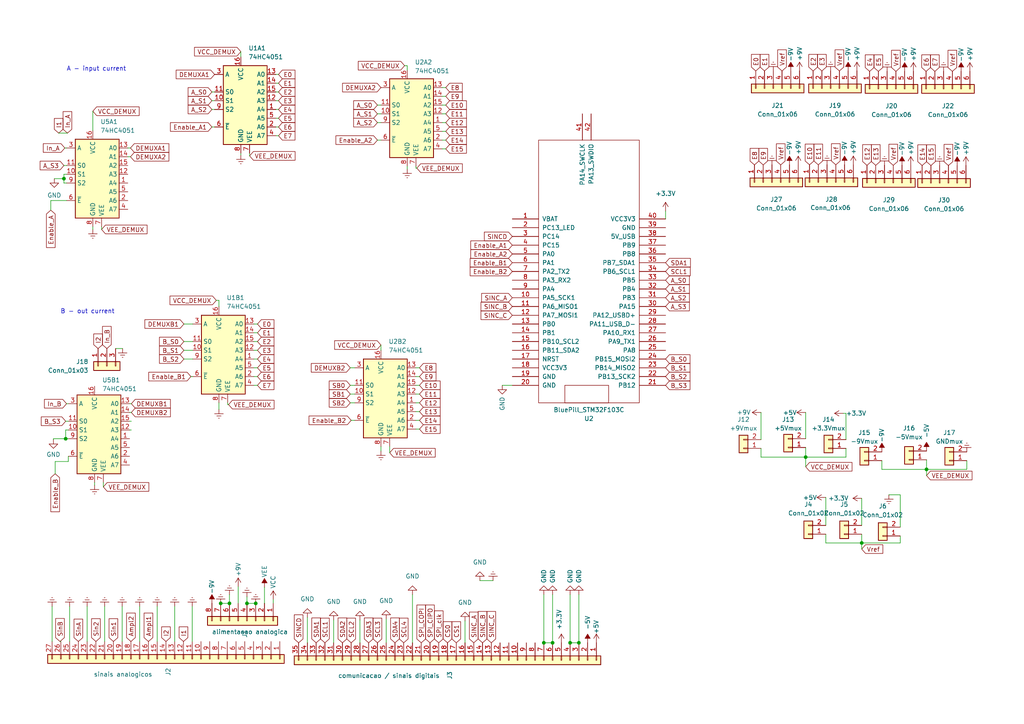
<source format=kicad_sch>
(kicad_sch (version 20230121) (generator eeschema)
  (paper "A4")
  (title_block (title "Barramento V04") (date "2024-02-05") (rev "v04") (company "EITduino") (comment 1 "Autor: Gustavo Pinheiro") (comment 2 "Barramento proposto para uma placa 90x100 mm") (comment 3 "Placa face dupla") (comment 4 "Pinos AGND e DGND") (comment 5 "capacitor 100nF ceramico") (comment 6 "capacitores uF tantalo"))
  (junction (at 66.548 175.006))
  (junction (at 64.008 175.006))
  (junction (at 233.68 132.588))
  (junction (at 19.05 127.254))
  (junction (at 18.542 51.816))
  (junction (at 74.168 175.006))
  (junction (at 157.734 186.436))
  (junction (at 249.936 157.48))
  (junction (at 165.354 186.436))
  (junction (at 167.894 186.436))
  (junction (at 160.274 186.436))
  (junction (at 268.732 136.144))
  (junction (at 71.628 175.006))
  (wire (pts (xy 74.676 111.76) (xy 73.66 111.76)))
  (wire (pts (xy 64.008 175.006) (xy 66.548 175.006)))
  (wire (pts (xy 26.924 32.258) (xy 26.924 37.846)))
  (wire (pts (xy 15.113 175.895) (xy 15.113 186.055)))
  (wire (pts (xy 249.936 157.48) (xy 261.112 157.48)))
  (wire (pts (xy 72.39 45.212) (xy 72.39 44.45)))
  (wire (pts (xy 63.5 87.122) (xy 62.738 87.122)))
  (wire (pts (xy 74.676 96.52) (xy 73.66 96.52)))
  (wire (pts (xy 19.05 122.174) (xy 19.812 122.174)))
  (wire (pts (xy 18.542 53.086) (xy 19.304 53.086)))
  (wire (pts (xy 61.468 31.75) (xy 62.23 31.75)))
  (wire (pts (xy 139.192 168.402) (xy 143.002 168.402)))
  (wire (pts (xy 129.286 33.02) (xy 128.27 33.02)))
  (wire (pts (xy 74.676 99.06) (xy 73.66 99.06)))
  (wire (pts (xy 249.936 154.94) (xy 249.936 157.48)))
  (wire (pts (xy 101.6 116.84) (xy 102.87 116.84)))
  (wire (pts (xy 121.666 124.46) (xy 120.65 124.46)))
  (wire (pts (xy 18.796 42.926) (xy 19.304 42.926)))
  (wire (pts (xy 233.68 132.588) (xy 233.68 135.382)))
  (wire (pts (xy 38.1 117.094) (xy 37.592 117.094)))
  (wire (pts (xy 69.088 170.18) (xy 69.088 175.006)))
  (wire (pts (xy 25.273 175.895) (xy 25.273 186.055)))
  (wire (pts (xy 157.734 172.466) (xy 157.734 186.436)))
  (wire (pts (xy 233.68 119.634) (xy 233.68 127.254)))
  (wire (pts (xy 26.924 66.548) (xy 26.924 65.786)))
  (wire (pts (xy 239.522 157.48) (xy 249.936 157.48)))
  (wire (pts (xy 109.474 40.64) (xy 110.49 40.64)))
  (wire (pts (xy 80.772 39.37) (xy 80.01 39.37)))
  (wire (pts (xy 96.774 179.832) (xy 96.774 186.436)))
  (wire (pts (xy 245.364 130.048) (xy 245.364 132.588)))
  (wire (pts (xy 74.676 104.14) (xy 73.66 104.14)))
  (wire (pts (xy 17.018 38.608) (xy 19.558 38.608)))
  (wire (pts (xy 220.726 119.634) (xy 220.726 127.508)))
  (wire (pts (xy 220.726 132.588) (xy 233.68 132.588)))
  (wire (pts (xy 120.65 116.84) (xy 121.666 116.84)))
  (wire (pts (xy 160.274 172.466) (xy 160.274 186.436)))
  (wire (pts (xy 69.85 14.986) (xy 69.85 16.51)))
  (wire (pts (xy 71.6263 174.326) (xy 71.628 174.326)))
  (wire (pts (xy 20.193 175.895) (xy 20.193 186.055)))
  (wire (pts (xy 19.05 124.714) (xy 19.812 124.714)))
  (wire (pts (xy 268.732 136.144) (xy 268.732 137.922)))
  (wire (pts (xy 129.286 43.18) (xy 128.27 43.18)))
  (wire (pts (xy 113.03 131.318) (xy 113.03 129.54)))
  (wire (pts (xy 50.673 175.895) (xy 50.673 186.055)))
  (wire (pts (xy 80.772 31.75) (xy 80.01 31.75)))
  (wire (pts (xy 118.11 19.05) (xy 117.348 19.05)))
  (wire (pts (xy 38.1 124.714) (xy 37.592 124.714)))
  (wire (pts (xy 101.6 111.76) (xy 102.87 111.76)))
  (wire (pts (xy 53.34 101.6) (xy 55.88 101.6)))
  (wire (pts (xy 71.6263 173.1146) (xy 71.6263 174.326)))
  (wire (pts (xy 61.468 36.83) (xy 62.23 36.83)))
  (wire (pts (xy 63.5 118.745) (xy 63.5 116.84)))
  (wire (pts (xy 129.286 40.64) (xy 128.27 40.64)))
  (wire (pts (xy 121.666 106.68) (xy 120.65 106.68)))
  (wire (pts (xy 268.732 136.144) (xy 268.732 133.35)))
  (wire (pts (xy 14.732 58.166) (xy 19.304 58.166)))
  (wire (pts (xy 18.542 50.546) (xy 19.304 50.546)))
  (wire (pts (xy 101.854 121.92) (xy 102.87 121.92)))
  (wire (pts (xy 66.548 172.466) (xy 66.548 175.006)))
  (wire (pts (xy 80.772 24.13) (xy 80.01 24.13)))
  (wire (pts (xy 110.49 130.81) (xy 110.49 129.54)))
  (wire (pts (xy 66.294 117.348) (xy 66.04 117.348)))
  (wire (pts (xy 80.772 21.59) (xy 80.01 21.59)))
  (wire (pts (xy 69.85 44.958) (xy 69.85 44.45)))
  (wire (pts (xy 37.846 42.926) (xy 37.084 42.926)))
  (wire (pts (xy 18.542 48.006) (xy 19.304 48.006)))
  (wire (pts (xy 14.732 60.96) (xy 14.732 58.166)))
  (wire (pts (xy 220.726 132.588) (xy 220.726 130.048)))
  (wire (pts (xy 19.812 133.858) (xy 19.812 132.334)))
  (wire (pts (xy 66.04 117.348) (xy 66.04 116.84)))
  (wire (pts (xy 239.522 144.272) (xy 239.522 152.4)))
  (wire (pts (xy 134.874 180.086) (xy 134.874 186.436)))
  (wire (pts (xy 261.112 143.51) (xy 261.112 152.908)))
  (wire (pts (xy 38.1 119.634) (xy 37.592 119.634)))
  (wire (pts (xy 29.972 141.224) (xy 29.972 139.954)))
  (wire (pts (xy 55.753 175.895) (xy 55.753 186.055)))
  (wire (pts (xy 29.464 66.548) (xy 29.464 65.786)))
  (wire (pts (xy 121.666 114.3) (xy 120.65 114.3)))
  (wire (pts (xy 53.34 99.06) (xy 55.88 99.06)))
  (wire (pts (xy 76.7082 170.3229) (xy 76.7082 175.006)))
  (wire (pts (xy 249.936 144.526) (xy 249.936 152.4)))
  (wire (pts (xy 244.602 119.888) (xy 245.364 119.888)))
  (wire (pts (xy 121.666 121.92) (xy 120.65 121.92)))
  (wire (pts (xy 249.936 159.258) (xy 249.936 157.48)))
  (wire (pts (xy 110.49 100.076) (xy 110.49 101.6)))
  (wire (pts (xy 255.778 136.144) (xy 268.732 136.144)))
  (wire (pts (xy 61.468 26.67) (xy 62.23 26.67)))
  (wire (pts (xy 53.34 104.14) (xy 55.88 104.14)))
  (wire (pts (xy 80.772 34.29) (xy 80.01 34.29)))
  (wire (pts (xy 118.11 20.32) (xy 118.11 19.05)))
  (wire (pts (xy 268.732 136.144) (xy 280.416 136.144)))
  (wire (pts (xy 121.666 109.22) (xy 120.65 109.22)))
  (wire (pts (xy 76.7082 175.006) (xy 76.708 175.006)))
  (wire (pts (xy 165.354 186.436) (xy 167.894 186.436)))
  (wire (pts (xy 71.628 174.326) (xy 71.628 175.006)))
  (wire (pts (xy 261.112 155.448) (xy 261.112 157.48)))
  (wire (pts (xy 55.372 109.22) (xy 55.88 109.22)))
  (wire (pts (xy 19.05 124.714) (xy 19.05 127.254)))
  (wire (pts (xy 61.468 29.21) (xy 62.23 29.21)))
  (wire (pts (xy 233.68 132.588) (xy 233.68 129.794)))
  (wire (pts (xy 109.474 33.02) (xy 110.49 33.02)))
  (wire (pts (xy 80.772 26.67) (xy 80.01 26.67)))
  (wire (pts (xy 35.433 175.895) (xy 35.433 186.055)))
  (wire (pts (xy 129.286 27.94) (xy 128.27 27.94)))
  (wire (pts (xy 18.542 51.816) (xy 18.542 50.546)))
  (wire (pts (xy 165.354 172.466) (xy 165.354 186.436)))
  (wire (pts (xy 104.394 179.832) (xy 104.394 186.436)))
  (wire (pts (xy 74.676 109.22) (xy 73.66 109.22)))
  (wire (pts (xy 109.474 35.56) (xy 110.49 35.56)))
  (wire (pts (xy 239.522 154.94) (xy 239.522 157.48)))
  (wire (pts (xy 121.666 119.38) (xy 120.65 119.38)))
  (wire (pts (xy 35.56 101.092) (xy 33.528 101.092)))
  (wire (pts (xy 257.81 143.51) (xy 261.112 143.51)))
  (wire (pts (xy 245.364 119.888) (xy 245.364 127.508)))
  (wire (pts (xy 145.669 111.76) (xy 148.59 111.76)))
  (wire (pts (xy 27.432 140.716) (xy 27.432 139.954)))
  (wire (pts (xy 79.2492 173.899) (xy 79.2492 175.006)))
  (wire (pts (xy 74.676 106.68) (xy 73.66 106.68)))
  (wire (pts (xy 167.894 172.466) (xy 167.894 186.436)))
  (wire (pts (xy 79.248 175.006) (xy 79.2492 175.006)))
  (wire (pts (xy 129.286 38.1) (xy 128.27 38.1)))
  (wire (pts (xy 101.6 114.3) (xy 102.87 114.3)))
  (wire (pts (xy 15.494 127.254) (xy 15.494 127.508)))
  (wire (pts (xy 157.734 186.436) (xy 160.274 186.436)))
  (wire (pts (xy 17.653 186.055) (xy 17.399 186.055)))
  (wire (pts (xy 53.34 93.98) (xy 55.88 93.98)))
  (wire (pts (xy 120.904 48.768) (xy 120.65 48.768)))
  (wire (pts (xy 129.286 35.56) (xy 128.27 35.56)))
  (wire (pts (xy 19.304 117.094) (xy 19.812 117.094)))
  (wire (pts (xy 18.542 51.816) (xy 18.542 53.086)))
  (wire (pts (xy 38.1 122.174) (xy 37.592 122.174)))
  (wire (pts (xy 19.05 127.254) (xy 19.812 127.254)))
  (wire (pts (xy 121.666 111.76) (xy 120.65 111.76)))
  (wire (pts (xy 101.6 106.68) (xy 102.87 106.68)))
  (wire (pts (xy 16.002 133.858) (xy 19.812 133.858)))
  (wire (pts (xy 16.002 133.858) (xy 16.002 137.414)))
  (wire (pts (xy 109.474 30.48) (xy 110.49 30.48)))
  (wire (pts (xy 80.772 29.21) (xy 80.01 29.21)))
  (wire (pts (xy 255.778 136.144) (xy 255.778 133.604)))
  (wire (pts (xy 129.286 25.4) (xy 128.27 25.4)))
  (wire (pts (xy 37.846 45.466) (xy 37.084 45.466)))
  (wire (pts (xy 71.628 175.006) (xy 74.168 175.006)))
  (wire (pts (xy 74.676 93.98) (xy 73.66 93.98)))
  (wire (pts (xy 15.748 51.816) (xy 18.542 51.816)))
  (wire (pts (xy 120.65 48.768) (xy 120.65 48.26)))
  (wire (pts (xy 89.154 179.07) (xy 89.154 186.436)))
  (wire (pts (xy 193.04 61.214) (xy 193.04 63.5)))
  (wire (pts (xy 280.416 133.604) (xy 280.416 136.144)))
  (wire (pts (xy 118.11 48.26) (xy 118.11 49.022)))
  (wire (pts (xy 129.286 30.48) (xy 128.27 30.48)))
  (wire (pts (xy 74.676 101.6) (xy 73.66 101.6)))
  (wire (pts (xy 40.513 175.895) (xy 40.513 186.055)))
  (wire (pts (xy 112.014 179.578) (xy 112.014 186.436)))
  (wire (pts (xy 233.68 132.588) (xy 245.364 132.588)))
  (wire (pts (xy 80.772 36.83) (xy 80.01 36.83)))
  (wire (pts (xy 30.353 175.895) (xy 30.353 186.055)))
  (wire (pts (xy 119.634 172.466) (xy 119.634 186.436)))
  (wire (pts (xy 45.593 175.895) (xy 45.593 186.055)))
  (wire (pts (xy 15.494 127.254) (xy 19.05 127.254)))
  (wire (pts (xy 63.5 88.9) (xy 63.5 87.122)))
  (text "A - input current\n\n" (at 19.304 22.86 0) (effects (font (size 1.27 1.27)) (justify left bottom)))
  (text "B - out current\n\n" (at 17.526 93.218 0) (effects (font (size 1.27 1.27)) (justify left bottom)))
  (global_label "E10" (shape input) (at 129.286 30.48 0) (property "Intersheetrefs" "${INTERSHEET_REFS}" (effects hide)))
  (global_label "E8" (shape input) (at 218.821 47.8282 90) (property "Intersheetrefs" "${INTERSHEET_REFS}" (effects hide)))
  (global_label "VEE_DEMUX" (shape input) (at 268.732 137.922 0) (property "Intersheetrefs" "${INTERSHEET_REFS}" (effects hide)))
  (global_label "B_S1" (shape input) (at 193.04 106.68 0) (property "Intersheetrefs" "${INTERSHEET_REFS}" (effects hide)))
  (global_label "Vref" (shape input) (at 259.08 47.9552 90) (property "Intersheetrefs" "${INTERSHEET_REFS}" (effects hide)))
  (global_label "SPI_clk" (shape input) (at 127.254 186.436 90) (property "Intersheetrefs" "${INTERSHEET_REFS}" (effects hide)))
  (global_label "E11" (shape input) (at 121.666 114.3 0) (property "Intersheetrefs" "${INTERSHEET_REFS}" (effects hide)))
  (global_label "I1" (shape input) (at 53.213 186.055 90) (property "Intersheetrefs" "${INTERSHEET_REFS}" (effects hide)))
  (global_label "E2" (shape input) (at 235.839 20.574 90) (property "Intersheetrefs" "${INTERSHEET_REFS}" (effects hide)))
  (global_label "Enable_A1" (shape input) (at 61.468 36.83 180) (property "Intersheetrefs" "${INTERSHEET_REFS}" (effects hide)))
  (global_label "SB0" (shape input) (at 101.6 111.76 180) (property "Intersheetrefs" "${INTERSHEET_REFS}" (effects hide)))
  (global_label "E15" (shape input) (at 121.666 124.46 0) (property "Intersheetrefs" "${INTERSHEET_REFS}" (effects hide)))
  (global_label "SDA3" (shape input) (at 106.934 186.436 90) (property "Intersheetrefs" "${INTERSHEET_REFS}" (effects hide)))
  (global_label "Vref" (shape input) (at 249.936 159.258 0) (property "Intersheetrefs" "${INTERSHEET_REFS}" (effects hide)))
  (global_label "A_S2" (shape input) (at 109.474 35.56 180) (property "Intersheetrefs" "${INTERSHEET_REFS}" (effects hide)))
  (global_label "Vref" (shape input) (at 243.459 20.574 90) (property "Intersheetrefs" "${INTERSHEET_REFS}" (effects hide)))
  (global_label "CS1" (shape input) (at 132.334 186.436 90) (property "Intersheetrefs" "${INTERSHEET_REFS}" (effects hide)))
  (global_label "SDA2" (shape input) (at 99.314 186.436 90) (property "Intersheetrefs" "${INTERSHEET_REFS}" (effects hide)))
  (global_label "E1" (shape input) (at 221.742 20.574 90) (property "Intersheetrefs" "${INTERSHEET_REFS}" (effects hide)))
  (global_label "E7" (shape input) (at 74.676 111.76 0) (property "Intersheetrefs" "${INTERSHEET_REFS}" (effects hide)))
  (global_label "DEMUXA1" (shape input) (at 37.846 42.926 0) (property "Intersheetrefs" "${INTERSHEET_REFS}" (effects hide)))
  (global_label "E1" (shape input) (at 80.772 24.13 0) (property "Intersheetrefs" "${INTERSHEET_REFS}" (effects hide)))
  (global_label "DEMUXB2" (shape input) (at 38.1 119.634 0) (property "Intersheetrefs" "${INTERSHEET_REFS}" (effects hide)))
  (global_label "Ampl1" (shape input) (at 43.053 186.055 90) (property "Intersheetrefs" "${INTERSHEET_REFS}" (effects hide)))
  (global_label "E9" (shape input) (at 221.361 47.8282 90) (property "Intersheetrefs" "${INTERSHEET_REFS}" (effects hide)))
  (global_label "A_S1" (shape input) (at 61.468 29.21 180) (property "Intersheetrefs" "${INTERSHEET_REFS}" (effects hide)))
  (global_label "SDA1" (shape input) (at 91.694 186.436 90) (property "Intersheetrefs" "${INTERSHEET_REFS}" (effects hide)))
  (global_label "VCC_DEMUX" (shape input) (at 233.68 135.382 0) (property "Intersheetrefs" "${INTERSHEET_REFS}" (effects hide)))
  (global_label "Enable_B2" (shape input) (at 101.854 121.92 180) (property "Intersheetrefs" "${INTERSHEET_REFS}" (effects hide)))
  (global_label "VCC_DEMUX" (shape input) (at 62.738 87.122 180) (property "Intersheetrefs" "${INTERSHEET_REFS}" (effects hide)))
  (global_label "DEMUXB1" (shape input) (at 38.1 117.094 0) (property "Intersheetrefs" "${INTERSHEET_REFS}" (effects hide)))
  (global_label "A_S0" (shape input) (at 61.468 26.67 180) (property "Intersheetrefs" "${INTERSHEET_REFS}" (effects hide)))
  (global_label "VCC_DEMUX" (shape input) (at 117.348 19.05 180) (property "Intersheetrefs" "${INTERSHEET_REFS}" (effects hide)))
  (global_label "A_S2" (shape input) (at 61.468 31.75 180) (property "Intersheetrefs" "${INTERSHEET_REFS}" (effects hide)))
  (global_label "E0" (shape input) (at 80.772 21.59 0) (property "Intersheetrefs" "${INTERSHEET_REFS}" (effects hide)))
  (global_label "E2" (shape input) (at 74.676 99.06 0) (property "Intersheetrefs" "${INTERSHEET_REFS}" (effects hide)))
  (global_label "E15" (shape input) (at 129.286 43.18 0) (property "Intersheetrefs" "${INTERSHEET_REFS}" (effects hide)))
  (global_label "E11" (shape input) (at 129.286 33.02 0) (property "Intersheetrefs" "${INTERSHEET_REFS}" (effects hide)))
  (global_label "E13" (shape input) (at 121.666 119.38 0) (property "Intersheetrefs" "${INTERSHEET_REFS}" (effects hide)))
  (global_label "E4" (shape input) (at 80.772 31.75 0) (property "Intersheetrefs" "${INTERSHEET_REFS}" (effects hide)))
  (global_label "DEMUXA2" (shape input) (at 37.846 45.466 0) (property "Intersheetrefs" "${INTERSHEET_REFS}" (effects hide)))
  (global_label "Vref" (shape input) (at 276.225 20.701 90) (property "Intersheetrefs" "${INTERSHEET_REFS}" (effects hide)))
  (global_label "Vref" (shape input) (at 242.4176 47.8028 90) (property "Intersheetrefs" "${INTERSHEET_REFS}" (effects hide)))
  (global_label "E7" (shape input) (at 271.145 20.701 90) (property "Intersheetrefs" "${INTERSHEET_REFS}" (effects hide)))
  (global_label "SINC_C" (shape input) (at 142.494 186.436 90) (property "Intersheetrefs" "${INTERSHEET_REFS}" (effects hide)))
  (global_label "B_S0" (shape input) (at 53.34 99.06 180) (property "Intersheetrefs" "${INTERSHEET_REFS}" (effects hide)))
  (global_label "SINC_A" (shape input) (at 137.414 186.436 90) (property "Intersheetrefs" "${INTERSHEET_REFS}" (effects hide)))
  (global_label "E4" (shape input) (at 252.222 20.701 90) (property "Intersheetrefs" "${INTERSHEET_REFS}" (effects hide)))
  (global_label "E6" (shape input) (at 80.772 36.83 0) (property "Intersheetrefs" "${INTERSHEET_REFS}" (effects hide)))
  (global_label "E5" (shape input) (at 74.676 106.68 0) (property "Intersheetrefs" "${INTERSHEET_REFS}" (effects hide)))
  (global_label "A_S1" (shape input) (at 109.474 33.02 180) (property "Intersheetrefs" "${INTERSHEET_REFS}" (effects hide)))
  (global_label "DEMUXA2" (shape input) (at 110.49 25.4 180) (property "Intersheetrefs" "${INTERSHEET_REFS}" (effects hide)))
  (global_label "E5" (shape input) (at 254.762 20.701 90) (property "Intersheetrefs" "${INTERSHEET_REFS}" (effects hide)))
  (global_label "SCL1" (shape input) (at 193.04 78.74 0) (property "Intersheetrefs" "${INTERSHEET_REFS}" (effects hide)))
  (global_label "Ampl2" (shape input) (at 37.973 186.055 90) (property "Intersheetrefs" "${INTERSHEET_REFS}" (effects hide)))
  (global_label "In_A" (shape input) (at 18.796 42.926 180) (property "Intersheetrefs" "${INTERSHEET_REFS}" (effects hide)))
  (global_label "Vref" (shape input) (at 275.082 48.006 90) (property "Intersheetrefs" "${INTERSHEET_REFS}" (effects hide)))
  (global_label "SB1" (shape input) (at 101.6 114.3 180) (property "Intersheetrefs" "${INTERSHEET_REFS}" (effects hide)))
  (global_label "A_S2" (shape input) (at 193.04 86.36 0) (property "Intersheetrefs" "${INTERSHEET_REFS}" (effects hide)))
  (global_label "VEE_DEMUX" (shape input) (at 72.39 45.212 0) (property "Intersheetrefs" "${INTERSHEET_REFS}" (effects hide)))
  (global_label "VCC_DEMUX" (shape input) (at 69.85 14.986 180) (property "Intersheetrefs" "${INTERSHEET_REFS}" (effects hide)))
  (global_label "DEMUXB2" (shape input) (at 101.6 106.68 180) (property "Intersheetrefs" "${INTERSHEET_REFS}" (effects hide)))
  (global_label "E3" (shape input) (at 238.379 20.574 90) (property "Intersheetrefs" "${INTERSHEET_REFS}" (effects hide)))
  (global_label "Enable_A2" (shape input) (at 148.59 73.66 180) (property "Intersheetrefs" "${INTERSHEET_REFS}" (effects hide)))
  (global_label "E14" (shape input) (at 121.666 121.92 0) (property "Intersheetrefs" "${INTERSHEET_REFS}" (effects hide)))
  (global_label "Vref" (shape input) (at 226.822 20.574 90) (property "Intersheetrefs" "${INTERSHEET_REFS}" (effects hide)))
  (global_label "SCL2" (shape input) (at 101.854 186.436 90) (property "Intersheetrefs" "${INTERSHEET_REFS}" (effects hide)))
  (global_label "E7" (shape input) (at 80.772 39.37 0) (property "Intersheetrefs" "${INTERSHEET_REFS}" (effects hide)))
  (global_label "E14" (shape input) (at 267.462 48.006 90) (property "Intersheetrefs" "${INTERSHEET_REFS}" (effects hide)))
  (global_label "SCL3" (shape input) (at 109.474 186.436 90) (property "Intersheetrefs" "${INTERSHEET_REFS}" (effects hide)))
  (global_label "A_S1" (shape input) (at 193.04 83.82 0) (property "Intersheetrefs" "${INTERSHEET_REFS}" (effects hide)))
  (global_label "Sin2" (shape input) (at 27.813 186.055 90) (property "Intersheetrefs" "${INTERSHEET_REFS}" (effects hide)))
  (global_label "VEE_DEMUX" (shape input) (at 113.03 131.318 0) (property "Intersheetrefs" "${INTERSHEET_REFS}" (effects hide)))
  (global_label "Vref" (shape input) (at 259.842 20.701 90) (property "Intersheetrefs" "${INTERSHEET_REFS}" (effects hide)))
  (global_label "E10" (shape input) (at 234.7976 47.8028 90) (property "Intersheetrefs" "${INTERSHEET_REFS}" (effects hide)))
  (global_label "E2" (shape input) (at 80.772 26.67 0) (property "Intersheetrefs" "${INTERSHEET_REFS}" (effects hide)))
  (global_label "Enable_A" (shape input) (at 14.732 60.96 270) (property "Intersheetrefs" "${INTERSHEET_REFS}" (effects hide)))
  (global_label "SDA1" (shape input) (at 193.04 76.2 0) (property "Intersheetrefs" "${INTERSHEET_REFS}" (effects hide)))
  (global_label "DEMUXA1" (shape input) (at 62.23 21.59 180) (property "Intersheetrefs" "${INTERSHEET_REFS}" (effects hide)))
  (global_label "SCL4" (shape input) (at 117.094 186.436 90) (property "Intersheetrefs" "${INTERSHEET_REFS}" (effects hide)))
  (global_label "E12" (shape input) (at 251.46 47.9552 90) (property "Intersheetrefs" "${INTERSHEET_REFS}" (effects hide)))
  (global_label "SINC_C" (shape input) (at 148.59 91.44 180) (property "Intersheetrefs" "${INTERSHEET_REFS}" (effects hide)))
  (global_label "SPI_CIPO" (shape input) (at 124.714 186.436 90) (property "Intersheetrefs" "${INTERSHEET_REFS}" (effects hide)))
  (global_label "E12" (shape input) (at 121.666 116.84 0) (property "Intersheetrefs" "${INTERSHEET_REFS}" (effects hide)))
  (global_label "SinA" (shape input) (at 22.733 186.055 90) (property "Intersheetrefs" "${INTERSHEET_REFS}" (effects hide)))
  (global_label "Enable_A2" (shape input) (at 109.474 40.64 180) (property "Intersheetrefs" "${INTERSHEET_REFS}" (effects hide)))
  (global_label "VEE_DEMUX" (shape input) (at 120.904 48.768 0) (property "Intersheetrefs" "${INTERSHEET_REFS}" (effects hide)))
  (global_label "SINCD" (shape input) (at 86.614 186.436 90) (property "Intersheetrefs" "${INTERSHEET_REFS}" (effects hide)))
  (global_label "A_S3" (shape input) (at 193.04 88.9 0) (property "Intersheetrefs" "${INTERSHEET_REFS}" (effects hide)))
  (global_label "E0" (shape input) (at 219.202 20.574 90) (property "Intersheetrefs" "${INTERSHEET_REFS}" (effects hide)))
  (global_label "SINCD" (shape input) (at 148.59 68.58 180) (property "Intersheetrefs" "${INTERSHEET_REFS}" (effects hide)))
  (global_label "B_S0" (shape input) (at 193.04 104.14 0) (property "Intersheetrefs" "${INTERSHEET_REFS}" (effects hide)))
  (global_label "E15" (shape input) (at 270.002 48.006 90) (property "Intersheetrefs" "${INTERSHEET_REFS}" (effects hide)))
  (global_label "I2" (shape input) (at 28.448 101.092 90) (property "Intersheetrefs" "${INTERSHEET_REFS}" (effects hide)))
  (global_label "Enable_A1" (shape input) (at 148.59 71.12 180) (property "Intersheetrefs" "${INTERSHEET_REFS}" (effects hide)))
  (global_label "A_S3" (shape input) (at 18.542 48.006 180) (property "Intersheetrefs" "${INTERSHEET_REFS}" (effects hide)))
  (global_label "In_B" (shape input) (at 19.304 117.094 180) (property "Intersheetrefs" "${INTERSHEET_REFS}" (effects hide)))
  (global_label "Enable_B2" (shape input) (at 148.59 78.74 180) (property "Intersheetrefs" "${INTERSHEET_REFS}" (effects hide)))
  (global_label "VCC_DEMUX" (shape input) (at 26.924 32.258 0) (property "Intersheetrefs" "${INTERSHEET_REFS}" (effects hide)))
  (global_label "I2" (shape input) (at 48.133 186.055 90) (property "Intersheetrefs" "${INTERSHEET_REFS}" (effects hide)))
  (global_label "E6" (shape input) (at 74.676 109.22 0) (property "Intersheetrefs" "${INTERSHEET_REFS}" (effects hide)))
  (global_label "SINC_B" (shape input) (at 148.59 88.9 180) (property "Intersheetrefs" "${INTERSHEET_REFS}" (effects hide)))
  (global_label "DEMUXB1" (shape input) (at 53.34 93.98 180) (property "Intersheetrefs" "${INTERSHEET_REFS}" (effects hide)))
  (global_label "Vref" (shape input) (at 226.441 47.8282 90) (property "Intersheetrefs" "${INTERSHEET_REFS}" (effects hide)))
  (global_label "VEE_DEMUX" (shape input) (at 66.294 117.348 0) (property "Intersheetrefs" "${INTERSHEET_REFS}" (effects hide)))
  (global_label "B_S3" (shape input) (at 19.05 122.174 180) (property "Intersheetrefs" "${INTERSHEET_REFS}" (effects hide)))
  (global_label "CS0" (shape input) (at 129.794 186.436 90) (property "Intersheetrefs" "${INTERSHEET_REFS}" (effects hide)))
  (global_label "E14" (shape input) (at 129.286 40.64 0) (property "Intersheetrefs" "${INTERSHEET_REFS}" (effects hide)))
  (global_label "In_A" (shape input) (at 19.558 38.608 90) (property "Intersheetrefs" "${INTERSHEET_REFS}" (effects hide)))
  (global_label "In_B" (shape input) (at 30.988 101.092 90) (property "Intersheetrefs" "${INTERSHEET_REFS}" (effects hide)))
  (global_label "I1" (shape input) (at 17.018 38.608 90) (property "Intersheetrefs" "${INTERSHEET_REFS}" (effects hide)))
  (global_label "VCC_DEMUX" (shape input) (at 110.49 100.076 180) (property "Intersheetrefs" "${INTERSHEET_REFS}" (effects hide)))
  (global_label "SinB" (shape input) (at 17.399 186.055 90) (property "Intersheetrefs" "${INTERSHEET_REFS}" (effects hide)))
  (global_label "VEE_DEMUX" (shape input) (at 29.464 66.548 0) (property "Intersheetrefs" "${INTERSHEET_REFS}" (effects hide)))
  (global_label "SINC_B" (shape input) (at 139.954 186.436 90) (property "Intersheetrefs" "${INTERSHEET_REFS}" (effects hide)))
  (global_label "B_S2" (shape input) (at 53.34 104.14 180) (property "Intersheetrefs" "${INTERSHEET_REFS}" (effects hide)))
  (global_label "Sin1" (shape input) (at 32.893 186.055 90) (property "Intersheetrefs" "${INTERSHEET_REFS}" (effects hide)))
  (global_label "Enable_B1" (shape input) (at 55.372 109.22 180) (property "Intersheetrefs" "${INTERSHEET_REFS}" (effects hide)))
  (global_label "E9" (shape input) (at 129.286 27.94 0) (property "Intersheetrefs" "${INTERSHEET_REFS}" (effects hide)))
  (global_label "Enable_B1" (shape input) (at 148.59 76.2 180) (property "Intersheetrefs" "${INTERSHEET_REFS}" (effects hide)))
  (global_label "E13" (shape input) (at 129.286 38.1 0) (property "Intersheetrefs" "${INTERSHEET_REFS}" (effects hide)))
  (global_label "E12" (shape input) (at 129.286 35.56 0) (property "Intersheetrefs" "${INTERSHEET_REFS}" (effects hide)))
  (global_label "SCL1" (shape input) (at 94.234 186.436 90) (property "Intersheetrefs" "${INTERSHEET_REFS}" (effects hide)))
  (global_label "SINC_A" (shape input) (at 148.59 86.36 180) (property "Intersheetrefs" "${INTERSHEET_REFS}" (effects hide)))
  (global_label "E3" (shape input) (at 80.772 29.21 0) (property "Intersheetrefs" "${INTERSHEET_REFS}" (effects hide)))
  (global_label "B_S1" (shape input) (at 53.34 101.6 180) (property "Intersheetrefs" "${INTERSHEET_REFS}" (effects hide)))
  (global_label "E5" (shape input) (at 80.772 34.29 0) (property "Intersheetrefs" "${INTERSHEET_REFS}" (effects hide)))
  (global_label "E3" (shape input) (at 74.676 101.6 0) (property "Intersheetrefs" "${INTERSHEET_REFS}" (effects hide)))
  (global_label "A_S0" (shape input) (at 109.474 30.48 180) (property "Intersheetrefs" "${INTERSHEET_REFS}" (effects hide)))
  (global_label "E10" (shape input) (at 121.666 111.76 0) (property "Intersheetrefs" "${INTERSHEET_REFS}" (effects hide)))
  (global_label "SPI_COPI" (shape input) (at 122.174 186.436 90) (property "Intersheetrefs" "${INTERSHEET_REFS}" (effects hide)))
  (global_label "A_S0" (shape input) (at 193.04 81.28 0) (property "Intersheetrefs" "${INTERSHEET_REFS}" (effects hide)))
  (global_label "E13" (shape input) (at 254 47.9552 90) (property "Intersheetrefs" "${INTERSHEET_REFS}" (effects hide)))
  (global_label "E8" (shape input) (at 129.286 25.4 0) (property "Intersheetrefs" "${INTERSHEET_REFS}" (effects hide)))
  (global_label "VEE_DEMUX" (shape input) (at 29.972 141.224 0) (property "Intersheetrefs" "${INTERSHEET_REFS}" (effects hide)))
  (global_label "SDA4" (shape input) (at 114.554 186.436 90) (property "Intersheetrefs" "${INTERSHEET_REFS}" (effects hide)))
  (global_label "E4" (shape input) (at 74.676 104.14 0) (property "Intersheetrefs" "${INTERSHEET_REFS}" (effects hide)))
  (global_label "B_S3" (shape input) (at 193.04 111.76 0) (property "Intersheetrefs" "${INTERSHEET_REFS}" (effects hide)))
  (global_label "B_S2" (shape input) (at 193.04 109.22 0) (property "Intersheetrefs" "${INTERSHEET_REFS}" (effects hide)))
  (global_label "E6" (shape input) (at 268.605 20.701 90) (property "Intersheetrefs" "${INTERSHEET_REFS}" (effects hide)))
  (global_label "Enable_B" (shape input) (at 16.002 137.414 270) (property "Intersheetrefs" "${INTERSHEET_REFS}" (effects hide)))
  (global_label "E8" (shape input) (at 121.666 106.68 0) (property "Intersheetrefs" "${INTERSHEET_REFS}" (effects hide)))
  (global_label "E9" (shape input) (at 121.666 109.22 0) (property "Intersheetrefs" "${INTERSHEET_REFS}" (effects hide)))
  (global_label "E1" (shape input) (at 74.676 96.52 0) (property "Intersheetrefs" "${INTERSHEET_REFS}" (effects hide)))
  (global_label "E0" (shape input) (at 74.676 93.98 0) (property "Intersheetrefs" "${INTERSHEET_REFS}" (effects hide)))
  (global_label "SB2" (shape input) (at 101.6 116.84 180) (property "Intersheetrefs" "${INTERSHEET_REFS}" (effects hide)))
  (global_label "E11" (shape input) (at 237.3376 47.8028 90) (property "Intersheetrefs" "${INTERSHEET_REFS}" (effects hide)))
  (symbol (lib_id "power:Earth") (at 223.901 47.8282 180) (unit 1)
    (property "Reference" "#PWR080" (effects hide))
    (property "Value" "Earth" (effects hide))
  )
  (symbol (lib_id "power:+9V") (at 264.16 47.9552 0) (unit 1)
    (property "Reference" "#PWR088" (effects hide))
    (property "Value" "+9V" (at 264.1943 44.9988 90) (effects (justify left)))
  )
  (symbol (lib_id "power:-9V") (at 229.362 20.574 0) (unit 1)
    (property "Reference" "#PWR056" (effects hide))
    (property "Value" "-9V" (at 229.3282 17.8287 90) (effects (justify left)))
  )
  (symbol (lib_id "power:+5V") (at 233.68 119.634 90) (unit 1)
    (property "Reference" "#PWR049" (effects hide))
    (property "Value" "+5V" (at 231.1315 119.6881 90) (effects (justify left)))
  )
  (symbol (lib_id "power:-9V") (at 245.999 20.574 0) (unit 1)
    (property "Reference" "#PWR060" (effects hide))
    (property "Value" "-9V" (at 245.9652 17.8287 90) (effects (justify left)))
  )
  (symbol (lib_id "power:GND") (at 167.894 172.466 180) (unit 1)
    (property "Reference" "#PWR015" (effects hide))
    (property "Value" "GND" (at 167.894 167.132 90))
  )
  (symbol (lib_id "power:-9V") (at 244.9576 47.8028 0) (unit 1)
    (property "Reference" "#PWR084" (effects hide))
    (property "Value" "-9V" (at 244.9238 45.0575 90) (effects (justify left)))
  )
  (symbol (lib_id "power:Earth") (at 35.433 175.895 180) (unit 1)
    (property "Reference" "#PWR07" (effects hide))
    (property "Value" "Earth" (effects hide))
  )
  (symbol (lib_id "power:Earth") (at 50.673 175.895 180) (unit 1)
    (property "Reference" "#PWR027" (effects hide))
    (property "Value" "Earth" (effects hide))
  )
  (symbol (lib_id "power:+3.3V") (at 162.814 186.436 0) (unit 1)
    (property "Reference" "#PWR0130" (effects hide))
    (property "Value" "+3.3V" (at 162.179 182.626 90) (effects (justify left)))
  )
  (symbol (lib_id "power:-9V") (at 277.622 48.006 0) (unit 1)
    (property "Reference" "#PWR090" (effects hide))
    (property "Value" "-9V" (at 277.5882 45.2607 90) (effects (justify left)))
  )
  (symbol (lib_id "74xx:74HC4051") (at 26.924 50.546 0) (unit 1)
    (property "Reference" "U5A1" (at 29.1181 35.306 0) (effects (justify left)))
    (property "Value" "74HC4051" (at 29.1181 37.846 0) (effects (justify left)))
    (property "Footprint" "74HC4051N:N16" (effects hide))
    (property "Datasheet" "http://www.ti.com/lit/ds/symlink/cd74hc4051.pdf" (effects hide))
  )
  (symbol (lib_id "power:+9V") (at 231.902 20.574 0) (unit 1)
    (property "Reference" "#PWR058" (effects hide))
    (property "Value" "+9V" (at 231.9363 17.6176 90) (effects (justify left)))
  )
  (symbol (lib_id "power:-5V") (at 268.732 130.81 0) (unit 1)
    (property "Reference" "#PWR053" (effects hide))
    (property "Value" "-5V" (at 268.732 127 90) (effects (justify left)))
  )
  (symbol (lib_id "power:GND") (at 112.014 179.578 180) (unit 1)
    (property "Reference" "#PWR012" (effects hide))
    (property "Value" "GND" (at 112.014 174.244 0))
  )
  (symbol (lib_id "Connector_Generic:Conn_01x27") (at 48.133 191.135 270) (unit 1)
    (property "Reference" "J2" (at 48.768 193.675 0) (effects (justify left)))
    (property "Value" "sinais analogicos" (at 27.178 195.58 90) (effects (justify left)))
    (property "Footprint" "Connector_PinHeader_2.54mm:PinHeader_1x27_P2.54mm_Vertical" (effects hide))
  )
  (symbol (lib_id "Connector_Generic:Conn_01x06") (at 257.302 25.781 90) (mirror x) (unit 1)
    (property "Reference" "J20" (at 258.572 30.734 90))
    (property "Value" "Conn_01x06" (at 258.572 33.274 90))
    (property "Footprint" "Connector_PinHeader_2.54mm:PinHeader_1x06_P2.54mm_Horizontal" (effects hide))
  )
  (symbol (lib_id "Connector_Generic:Conn_01x02") (at 228.6 129.794 180) (unit 1)
    (property "Reference" "J13" (at 228.6 121.666 0))
    (property "Value" "+5Vmux" (at 228.6 124.206 0))
    (property "Footprint" "Connector_PinHeader_2.54mm:PinHeader_1x02_P2.54mm_Vertical" (effects hide))
  )
  (symbol (lib_id "Connector_Generic:Conn_01x06") (at 224.282 25.654 90) (mirror x) (unit 1)
    (property "Reference" "J21" (at 225.552 30.607 90))
    (property "Value" "Conn_01x06" (at 225.552 33.147 90))
    (property "Footprint" "Connector_PinHeader_2.54mm:PinHeader_1x06_P2.54mm_Horizontal" (effects hide))
  )
  (symbol (lib_id "power:Earth") (at 224.282 20.574 180) (unit 1)
    (property "Reference" "#PWR057" (effects hide))
    (property "Value" "Earth" (effects hide))
  )
  (symbol (lib_id "74xx:74HC4051") (at 27.432 124.714 0) (unit 1)
    (property "Reference" "U5B1" (at 29.6261 110.236 0) (effects (justify left)))
    (property "Value" "74HC4051" (at 29.6261 112.776 0) (effects (justify left)))
    (property "Footprint" "74HC4051N:N16" (effects hide))
    (property "Datasheet" "http://www.ti.com/lit/ds/symlink/cd74hc4051.pdf" (effects hide))
  )
  (symbol (lib_id "power:VEE") (at 76.7082 170.3229 0) (unit 1)
    (property "Reference" "#PWR0123" (effects hide))
    (property "Value" "VEE" (at 76.7044 165.7125 90))
  )
  (symbol (lib_id "Connector_Generic:Conn_01x08") (at 71.628 180.086 270) (unit 1)
    (property "Reference" "J1" (at 70.993 182.626 0) (effects (justify left)))
    (property "Value" "alimentacao analogica" (at 61.468 183.261 90) (effects (justify left)))
    (property "Footprint" "Connector_PinHeader_2.54mm:PinHeader_1x08_P2.54mm_Vertical" (effects hide))
  )
  (symbol (lib_id "Connector_Generic:Conn_01x06") (at 273.685 25.781 90) (mirror x) (unit 1)
    (property "Reference" "J22" (at 274.955 30.734 90))
    (property "Value" "Conn_01x06" (at 274.955 33.274 90))
    (property "Footprint" "Connector_PinHeader_2.54mm:PinHeader_1x06_P2.54mm_Horizontal" (effects hide))
  )
  (symbol (lib_id "power:Earth") (at 26.924 66.548 0) (unit 1)
    (property "Reference" "#PWR019" (effects hide))
    (property "Value" "Earth" (effects hide))
  )
  (symbol (lib_id "power:Earth") (at 20.193 175.895 180) (unit 1)
    (property "Reference" "#PWR06" (effects hide))
    (property "Value" "Earth" (effects hide))
  )
  (symbol (lib_id "power:-9V") (at 255.778 131.064 0) (unit 1)
    (property "Reference" "#PWR050" (effects hide))
    (property "Value" "-9V" (at 255.7442 128.3187 90) (effects (justify left)))
  )
  (symbol (lib_id "power:Earth") (at 40.513 175.895 180) (unit 1)
    (property "Reference" "#PWR02" (effects hide))
    (property "Value" "Earth" (effects hide))
  )
  (symbol (lib_id "power:-9V") (at 278.765 20.701 0) (unit 1)
    (property "Reference" "#PWR066" (effects hide))
    (property "Value" "-9V" (at 278.7312 17.9557 90) (effects (justify left)))
  )
  (symbol (lib_id "power:GND") (at 139.192 168.402 180) (unit 1)
    (property "Reference" "#PWR017" (effects hide))
    (property "Value" "GND" (at 139.192 163.068 0))
  )
  (symbol (lib_id "Connector_Generic:Conn_01x02") (at 263.652 133.35 180) (unit 1)
    (property "Reference" "J16" (at 263.652 124.206 0))
    (property "Value" "-5Vmux" (at 263.652 126.746 0))
    (property "Footprint" "Connector_PinHeader_2.54mm:PinHeader_1x02_P2.54mm_Vertical" (effects hide))
  )
  (symbol (lib_id "power:GND") (at 15.748 51.816 0) (unit 1)
    (property "Reference" "#PWR018" (effects hide))
    (property "Value" "GND" (at 15.748 56.642 0))
  )
  (symbol (lib_id "power:GND") (at 104.394 179.832 180) (unit 1)
    (property "Reference" "#PWR011" (effects hide))
    (property "Value" "GND" (at 104.394 174.498 0))
  )
  (symbol (lib_id "power:Earth") (at 15.113 175.895 180) (unit 1)
    (property "Reference" "#PWR026" (effects hide))
    (property "Value" "Earth" (effects hide))
  )
  (symbol (lib_id "Connector_Generic:Conn_01x06") (at 223.901 52.9082 90) (mirror x) (unit 1)
    (property "Reference" "J27" (at 225.171 57.8612 90))
    (property "Value" "Conn_01x06" (at 225.171 60.4012 90))
    (property "Footprint" "Connector_PinHeader_2.54mm:PinHeader_1x06_P2.54mm_Horizontal" (effects hide))
  )
  (symbol (lib_id "power:GND") (at 96.774 179.832 180) (unit 1)
    (property "Reference" "#PWR010" (effects hide))
    (property "Value" "GND" (at 96.774 174.498 0))
  )
  (symbol (lib_id "power:-5V") (at 170.434 186.436 0) (unit 1)
    (property "Reference" "#PWR0128" (effects hide))
    (property "Value" "-5V" (at 170.434 182.626 90) (effects (justify left)))
  )
  (symbol (lib_id "power:GND") (at 119.634 172.466 180) (unit 1)
    (property "Reference" "#PWR014" (effects hide))
    (property "Value" "GND" (at 119.634 167.132 0))
  )
  (symbol (lib_id "power:Earth") (at 280.416 131.064 180) (unit 1)
    (property "Reference" "#PWR051" (effects hide))
    (property "Value" "Earth" (effects hide))
  )
  (symbol (lib_id "bluepill_breakouts:BluePill_STM32F103C") (at 170.18 81.28 0) (unit 1)
    (property "Reference" "U2" (at 170.815 121.412 0))
    (property "Value" "BluePill_STM32F103C" (at 170.815 118.872 0))
    (property "Footprint" "BluePill_STM32:BluePill_STM32F103C" (effects hide))
    (property "Datasheet" "www.rogerclark.net" (effects hide))
  )
  (symbol (lib_id "74xx:74HC4051") (at 118.11 33.02 0) (unit 1)
    (property "Reference" "U2A2" (at 120.3041 18.034 0) (effects (justify left)))
    (property "Value" "74HC4051" (at 120.3041 20.574 0) (effects (justify left)))
    (property "Footprint" "74HC4051N:N16" (effects hide))
    (property "Datasheet" "http://www.ti.com/lit/ds/symlink/cd74hc4051.pdf" (effects hide))
  )
  (symbol (lib_id "Connector_Generic:Conn_01x02") (at 244.856 154.94 180) (unit 1)
    (property "Reference" "J5" (at 244.856 146.304 0))
    (property "Value" "Conn_01x02" (at 244.856 148.844 0))
    (property "Footprint" "Connector_PinHeader_2.54mm:PinHeader_1x02_P2.54mm_Vertical" (effects hide))
  )
  (symbol (lib_id "power:-9V") (at 61.468 175.006 0) (unit 1)
    (property "Reference" "#PWR0127" (effects hide))
    (property "Value" "-9V" (at 61.4342 172.2607 90) (effects (justify left)))
  )
  (symbol (lib_id "Connector_Generic:Conn_01x02") (at 234.442 154.94 180) (unit 1)
    (property "Reference" "J4" (at 234.442 146.304 0))
    (property "Value" "Conn_01x02" (at 234.442 148.844 0))
    (property "Footprint" "Connector_PinHeader_2.54mm:PinHeader_1x02_P2.54mm_Vertical" (effects hide))
  )
  (symbol (lib_id "power:Earth") (at 240.919 20.574 180) (unit 1)
    (property "Reference" "#PWR059" (effects hide))
    (property "Value" "Earth" (effects hide))
  )
  (symbol (lib_id "power:Earth") (at 63.5 118.745 0) (unit 1)
    (property "Reference" "#PWR031" (effects hide))
    (property "Value" "Earth" (effects hide))
  )
  (symbol (lib_id "74xx:74HC4051") (at 63.5 101.6 0) (unit 1)
    (property "Reference" "U1B1" (at 65.6941 86.36 0) (effects (justify left)))
    (property "Value" "74HC4051" (at 65.6941 88.9 0) (effects (justify left)))
    (property "Footprint" "74HC4051N:N16" (effects hide))
    (property "Datasheet" "http://www.ti.com/lit/ds/symlink/cd74hc4051.pdf" (effects hide))
  )
  (symbol (lib_id "power:Earth") (at 74.168 175.006 180) (unit 1)
    (property "Reference" "#PWR0125" (effects hide))
    (property "Value" "Earth" (effects hide))
  )
  (symbol (lib_id "power:Earth") (at 64.008 175.006 180) (unit 1)
    (property "Reference" "#PWR023" (effects hide))
    (property "Value" "Earth" (effects hide))
  )
  (symbol (lib_id "power:+5V") (at 172.974 186.436 0) (unit 1)
    (property "Reference" "#PWR0129" (effects hide))
    (property "Value" "+5V" (at 172.9199 183.8875 90) (effects (justify left)))
  )
  (symbol (lib_id "Connector_Generic:Conn_01x02") (at 240.284 130.048 180) (unit 1)
    (property "Reference" "J14" (at 240.284 121.666 0))
    (property "Value" "+3.3Vmux" (at 240.284 124.206 0))
    (property "Footprint" "Connector_PinHeader_2.54mm:PinHeader_1x02_P2.54mm_Vertical" (effects hide))
  )
  (symbol (lib_id "power:Earth") (at 25.273 175.895 180) (unit 1)
    (property "Reference" "#PWR04" (effects hide))
    (property "Value" "Earth" (effects hide))
  )
  (symbol (lib_id "power:+9V") (at 264.922 20.701 0) (unit 1)
    (property "Reference" "#PWR064" (effects hide))
    (property "Value" "+9V" (at 264.9563 17.7446 90) (effects (justify left)))
  )
  (symbol (lib_id "power:+9V") (at 247.4976 47.8028 0) (unit 1)
    (property "Reference" "#PWR085" (effects hide))
    (property "Value" "+9V" (at 247.5319 44.8464 90) (effects (justify left)))
  )
  (symbol (lib_id "power:+3.3V") (at 244.602 119.888 90) (unit 1)
    (property "Reference" "#PWR048" (effects hide))
    (property "Value" "+3.3V" (at 245.364 119.888 90) (effects (justify right)))
  )
  (symbol (lib_id "Connector_Generic:Conn_01x06") (at 256.54 53.0352 90) (mirror x) (unit 1)
    (property "Reference" "J29" (at 257.81 57.9882 90))
    (property "Value" "Conn_01x06" (at 257.81 60.5282 90))
    (property "Footprint" "Connector_PinHeader_2.54mm:PinHeader_1x06_P2.54mm_Horizontal" (effects hide))
  )
  (symbol (lib_id "Connector_Generic:Conn_01x35") (at 129.794 191.516 270) (unit 1)
    (property "Reference" "J3" (at 130.429 194.691 0) (effects (justify left)))
    (property "Value" "comunicacao / sinais digitais" (at 98.044 195.961 90) (effects (justify left)))
    (property "Footprint" "Connector_PinHeader_2.54mm:PinHeader_1x35_P2.54mm_Vertical" (effects hide))
  )
  (symbol (lib_id "power:Earth") (at 66.548 172.466 180) (unit 1)
    (property "Reference" "#PWR024" (effects hide))
    (property "Value" "Earth" (effects hide))
  )
  (symbol (lib_id "power:GND") (at 157.734 172.466 180) (unit 1)
    (property "Reference" "#PWR01" (effects hide))
    (property "Value" "GND" (at 157.734 167.132 90))
  )
  (symbol (lib_id "power:-9V") (at 228.981 47.8282 0) (unit 1)
    (property "Reference" "#PWR081" (effects hide))
    (property "Value" "-9V" (at 228.9472 45.0829 90) (effects (justify left)))
  )
  (symbol (lib_id "power:Earth") (at 30.353 175.895 180) (unit 1)
    (property "Reference" "#PWR03" (effects hide))
    (property "Value" "Earth" (effects hide))
  )
  (symbol (lib_id "Connector_Generic:Conn_01x06") (at 240.919 25.654 90) (mirror x) (unit 1)
    (property "Reference" "J19" (at 242.189 30.607 90))
    (property "Value" "Conn_01x06" (at 242.189 33.147 90))
    (property "Footprint" "Connector_PinHeader_2.54mm:PinHeader_1x06_P2.54mm_Horizontal" (effects hide))
  )
  (symbol (lib_id "Connector_Generic:Conn_01x02") (at 215.646 130.048 180) (unit 1)
    (property "Reference" "J12" (at 215.646 121.666 0))
    (property "Value" "+9Vmux" (at 215.646 124.206 0))
    (property "Footprint" "Connector_PinHeader_2.54mm:PinHeader_1x02_P2.54mm_Vertical" (effects hide))
  )
  (symbol (lib_id "power:GND") (at 15.494 127.508 0) (unit 1)
    (property "Reference" "#PWR037" (effects hide))
    (property "Value" "GND" (at 15.494 131.826 0))
  )
  (symbol (lib_id "power:Earth") (at 71.6263 173.1146 180) (unit 1)
    (property "Reference" "#PWR025" (effects hide))
    (property "Value" "Earth" (effects hide))
  )
  (symbol (lib_id "power:GND") (at 165.354 172.466 180) (unit 1)
    (property "Reference" "#PWR013" (effects hide))
    (property "Value" "GND" (at 165.354 167.132 90))
  )
  (symbol (lib_id "power:+9V") (at 220.726 119.634 90) (unit 1)
    (property "Reference" "#PWR047" (effects hide))
    (property "Value" "+9V" (at 217.7696 119.5997 90) (effects (justify left)))
  )
  (symbol (lib_id "power:VCC") (at 79.2492 173.899 0) (unit 1)
    (property "Reference" "#PWR0124" (effects hide))
    (property "Value" "VCC" (at 79.2229 168.8408 90))
  )
  (symbol (lib_id "power:+9V") (at 69.088 170.18 0) (unit 1)
    (property "Reference" "#PWR0131" (effects hide))
    (property "Value" "+9V" (at 69.1223 167.2236 90) (effects (justify left)))
  )
  (symbol (lib_id "power:Earth") (at 35.56 101.092 0) (unit 1)
    (property "Reference" "#PWR036" (effects hide))
    (property "Value" "Earth" (effects hide))
  )
  (symbol (lib_id "power:+9V") (at 248.539 20.574 0) (unit 1)
    (property "Reference" "#PWR061" (effects hide))
    (property "Value" "+9V" (at 248.5733 17.6176 90) (effects (justify left)))
  )
  (symbol (lib_id "power:GND") (at 145.669 111.76 0) (unit 1)
    (property "Reference" "#PWR042" (effects hide))
    (property "Value" "GND" (at 145.669 117.094 90))
  )
  (symbol (lib_id "power:Earth") (at 118.11 49.022 0) (unit 1)
    (property "Reference" "#PWR021" (effects hide))
    (property "Value" "Earth" (effects hide))
  )
  (symbol (lib_id "power:Earth") (at 27.432 140.716 0) (unit 1)
    (property "Reference" "#PWR035" (effects hide))
    (property "Value" "Earth" (effects hide))
  )
  (symbol (lib_id "74xx:74HC4051") (at 110.49 114.3 0) (unit 1)
    (property "Reference" "U2B2" (at 112.6841 99.06 0) (effects (justify left)))
    (property "Value" "74HC4051" (at 112.6841 101.6 0) (effects (justify left)))
    (property "Footprint" "74HC4051N:N16" (effects hide))
    (property "Datasheet" "http://www.ti.com/lit/ds/symlink/cd74hc4051.pdf" (effects hide))
  )
  (symbol (lib_id "Connector_Generic:Conn_01x02") (at 256.032 155.448 180) (unit 1)
    (property "Reference" "J6" (at 256.032 146.812 0))
    (property "Value" "Conn_01x02" (at 256.032 149.352 0))
    (property "Footprint" "Connector_PinHeader_2.54mm:PinHeader_1x02_P2.54mm_Vertical" (effects hide))
  )
  (symbol (lib_id "power:+9V") (at 281.305 20.701 0) (unit 1)
    (property "Reference" "#PWR067" (effects hide))
    (property "Value" "+9V" (at 281.3393 17.7446 90) (effects (justify left)))
  )
  (symbol (lib_id "power:+5V") (at 239.522 144.272 90) (unit 1)
    (property "Reference" "#PWR041" (effects hide))
    (property "Value" "+5V" (at 236.9735 144.3261 90) (effects (justify left)))
  )
  (symbol (lib_id "Connector_Generic:Conn_01x02") (at 250.698 133.604 180) (unit 1)
    (property "Reference" "J15" (at 250.698 125.476 0))
    (property "Value" "-9Vmux" (at 250.698 128.016 0))
    (property "Footprint" "Connector_PinHeader_2.54mm:PinHeader_1x02_P2.54mm_Vertical" (effects hide))
  )
  (symbol (lib_id "Connector_Generic:Conn_01x03") (at 30.988 106.172 90) (mirror x) (unit 1)
    (property "Reference" "J18" (at 25.654 104.902 90) (effects (justify left)))
    (property "Value" "Conn_01x03" (at 25.654 107.442 90) (effects (justify left)))
    (property "Footprint" "Connector_PinHeader_2.54mm:PinHeader_1x03_P2.54mm_Vertical" (effects hide))
  )
  (symbol (lib_id "Connector_Generic:Conn_01x06") (at 239.8776 52.8828 90) (mirror x) (unit 1)
    (property "Reference" "J28" (at 241.1476 57.8358 90))
    (property "Value" "Conn_01x06" (at 240.8936 60.2488 90))
    (property "Footprint" "Connector_PinHeader_2.54mm:PinHeader_1x06_P2.54mm_Horizontal" (effects hide))
  )
  (symbol (lib_id "power:Earth") (at 45.593 175.895 180) (unit 1)
    (property "Reference" "#PWR08" (effects hide))
    (property "Value" "Earth" (effects hide))
  )
  (symbol (lib_id "power:GND") (at 89.154 179.07 180) (unit 1)
    (property "Reference" "#PWR028" (effects hide))
    (property "Value" "GND" (at 89.154 173.736 0))
  )
  (symbol (lib_id "Connector_Generic:Conn_01x06") (at 272.542 53.086 90) (mirror x) (unit 1)
    (property "Reference" "J30" (at 273.812 58.039 90))
    (property "Value" "Conn_01x06" (at 273.812 60.579 90))
    (property "Footprint" "Connector_PinHeader_2.54mm:PinHeader_1x06_P2.54mm_Horizontal" (effects hide))
  )
  (symbol (lib_id "power:+3.3V") (at 193.04 61.214 0) (unit 1)
    (property "Reference" "#PWR054" (effects hide))
    (property "Value" "+3.3V" (at 193.04 56.134 0))
  )
  (symbol (lib_id "power:GND") (at 134.874 180.086 180) (unit 1)
    (property "Reference" "#PWR016" (effects hide))
    (property "Value" "GND" (at 134.874 174.752 0))
  )
  (symbol (lib_id "power:Earth") (at 239.8776 47.8028 180) (unit 1)
    (property "Reference" "#PWR083" (effects hide))
    (property "Value" "Earth" (effects hide))
  )
  (symbol (lib_id "74xx:74HC4051") (at 69.85 29.21 0) (unit 1)
    (property "Reference" "U1A1" (at 72.0441 13.97 0) (effects (justify left)))
    (property "Value" "74HC4051" (at 72.0441 16.51 0) (effects (justify left)))
    (property "Footprint" "74HC4051N:N16" (effects hide))
    (property "Datasheet" "http://www.ti.com/lit/ds/symlink/cd74hc4051.pdf" (effects hide))
  )
  (symbol (lib_id "power:-9V") (at 262.382 20.701 0) (unit 1)
    (property "Reference" "#PWR063" (effects hide))
    (property "Value" "-9V" (at 262.3482 17.9557 90) (effects (justify left)))
  )
  (symbol (lib_id "power:Earth") (at 257.81 143.51 0) (unit 1)
    (property "Reference" "#PWR039" (effects hide))
    (property "Value" "Earth" (effects hide))
  )
  (symbol (lib_id "power:Earth") (at 257.302 20.701 180) (unit 1)
    (property "Reference" "#PWR062" (effects hide))
    (property "Value" "Earth" (effects hide))
  )
  (symbol (lib_id "power:Earth") (at 110.49 130.81 0) (unit 1)
    (property "Reference" "#PWR030" (effects hide))
    (property "Value" "Earth" (effects hide))
  )
  (symbol (lib_id "power:+3.3V") (at 249.936 144.526 90) (unit 1)
    (property "Reference" "#PWR040" (effects hide))
    (property "Value" "+3.3V" (at 246.126 144.526 90) (effects (justify left)))
  )
  (symbol (lib_id "power:Earth") (at 143.002 168.402 180) (unit 1)
    (property "Reference" "#PWR052" (effects hide))
    (property "Value" "Earth" (effects hide))
  )
  (symbol (lib_id "power:+9V") (at 280.162 48.006 0) (unit 1)
    (property "Reference" "#PWR091" (effects hide))
    (property "Value" "+9V" (at 280.1963 45.0496 90) (effects (justify left)))
  )
  (symbol (lib_id "Connector_Generic:Conn_01x02") (at 275.336 133.604 180) (unit 1)
    (property "Reference" "J17" (at 275.336 125.476 0))
    (property "Value" "GNDmux" (at 275.336 128.016 0))
    (property "Footprint" "Connector_PinHeader_2.54mm:PinHeader_1x02_P2.54mm_Vertical" (effects hide))
  )
  (symbol (lib_id "power:Earth") (at 273.685 20.701 180) (unit 1)
    (property "Reference" "#PWR065" (effects hide))
    (property "Value" "Earth" (effects hide))
  )
  (symbol (lib_id "power:GND") (at 160.274 172.466 180) (unit 1)
    (property "Reference" "#PWR05" (effects hide))
    (property "Value" "GND" (at 160.274 167.132 90))
  )
  (symbol (lib_id "power:-9V") (at 261.62 47.9552 0) (unit 1)
    (property "Reference" "#PWR087" (effects hide))
    (property "Value" "-9V" (at 261.5862 45.2099 90) (effects (justify left)))
  )
  (symbol (lib_id "power:Earth") (at 272.542 48.006 180) (unit 1)
    (property "Reference" "#PWR089" (effects hide))
    (property "Value" "Earth" (effects hide))
  )
  (symbol (lib_id "power:+9V") (at 231.521 47.8282 0) (unit 1)
    (property "Reference" "#PWR082" (effects hide))
    (property "Value" "+9V" (at 231.5553 44.8718 90) (effects (justify left)))
  )
  (symbol (lib_id "power:Earth") (at 256.54 47.9552 180) (unit 1)
    (property "Reference" "#PWR086" (effects hide))
    (property "Value" "Earth" (effects hide))
  )
  (symbol (lib_id "power:Earth") (at 69.85 44.958 0) (unit 1)
    (property "Reference" "#PWR020" (effects hide))
    (property "Value" "Earth" (effects hide))
  )
  (symbol (lib_id "power:Earth") (at 55.753 175.895 180) (unit 1)
    (property "Reference" "#PWR09" (effects hide))
    (property "Value" "Earth" (effects hide))
  )
)
</source>
